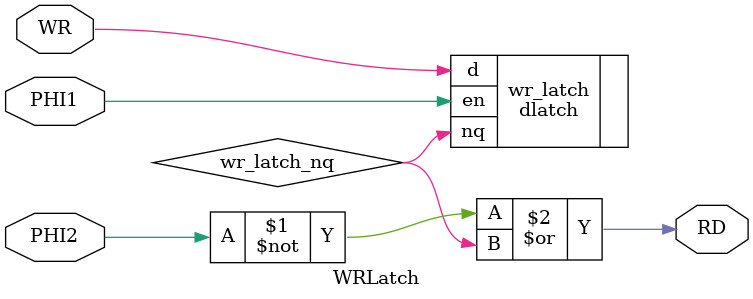
<source format=v>

module DataBusBit(
	PHI1, PHI2,
	ADL, ADH, DB, DB_Ext,
	DL_ADL, DL_ADH, DL_DB,
	RD);

	input PHI1;
	input PHI2;

	inout ADL;
	inout ADH;
	inout DB;
	inout DB_Ext;

	input DL_ADL;
	input DL_ADH;
	input DL_DB;
	input RD;

	dlatch transp_latch (.d(DB_Ext), .en(1), .nq(transp_latch_nq) );
	wire transp_latch_nq;
	dlatch dir_latch (.d(transp_latch_nq), .en(PHI2), .nq(dir_latch_nq) );
	wire dir_latch_nq;

	wire dir_val;
	assign dir_val = PHI1 ? dir_latch_nq : 1'bz;
	assign ADL = DL_ADL ? dir_val : 1'bz;
	assign ADH = DL_ADH ? dir_val : 1'bz;
	assign DB = DL_DB ? dir_val : 1'bz;

	dlatch int_db_latch (.d(DB), .en(1), .nq(int_db_latch_nq) );
	wire int_db_latch_nq;
	dlatch dor_latch (.d(int_db_latch_nq), .en(PHI1), .nq(dor_latch_nq) );
	wire dor_latch_nq;
	bufif0 (DB_Ext, dor_latch_nq, RD);

endmodule // DataBusBit

module WRLatch(PHI1, PHI2, WR, RD);

	input PHI1;
	input PHI2;
	input WR;
	output RD;

	dlatch wr_latch (.d(WR), .en(PHI1), .nq(wr_latch_nq) );
	wire wr_latch_nq;
	wire tmp1;
	nor (tmp1, ~PHI2, wr_latch_nq);
	not (RD, tmp1);

endmodule // WRLatch

</source>
